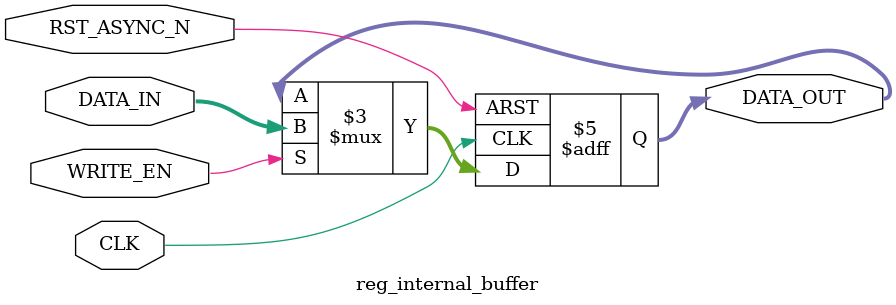
<source format=v>
/*-----------------------------------------------------------------------------------
* File: reg_internal_buffer.v
* Date generated: 25/03/2023
* Date modified: 10/05/2023
* Author: Bruna Suemi Nagai
* Description: Stores one sample. It is used to build the transposed buffer.
*----------------------------------------------------------------------------------- */

module reg_internal_buffer (
    CLK,
    RST_ASYNC_N, 
    WRITE_EN,
    DATA_IN,  
    DATA_OUT
);


// ------------------------------------------
// IO declaration
// ------------------------------------------
    input CLK;                              // Clock
    input RST_ASYNC_N;						// Asynchronous reset
    input WRITE_EN;							// Enables writing
    input signed [10:0] DATA_IN;			// Data in
    output reg signed [10:0] DATA_OUT;	    // Data out
    

// ------------------------------------------
// Sequential logic
// ------------------------------------------
always @(posedge CLK, negedge RST_ASYNC_N) begin
if (!RST_ASYNC_N)                        // If rst async is low
    begin
            DATA_OUT <= 11'b0;
    end
    
    else if (WRITE_EN) 		 			    // If write enable is high
    begin
        DATA_OUT <= DATA_IN; 			    // Write data to the register at the specified address
    end 
end

endmodule // reg_internal_buffer
    
</source>
